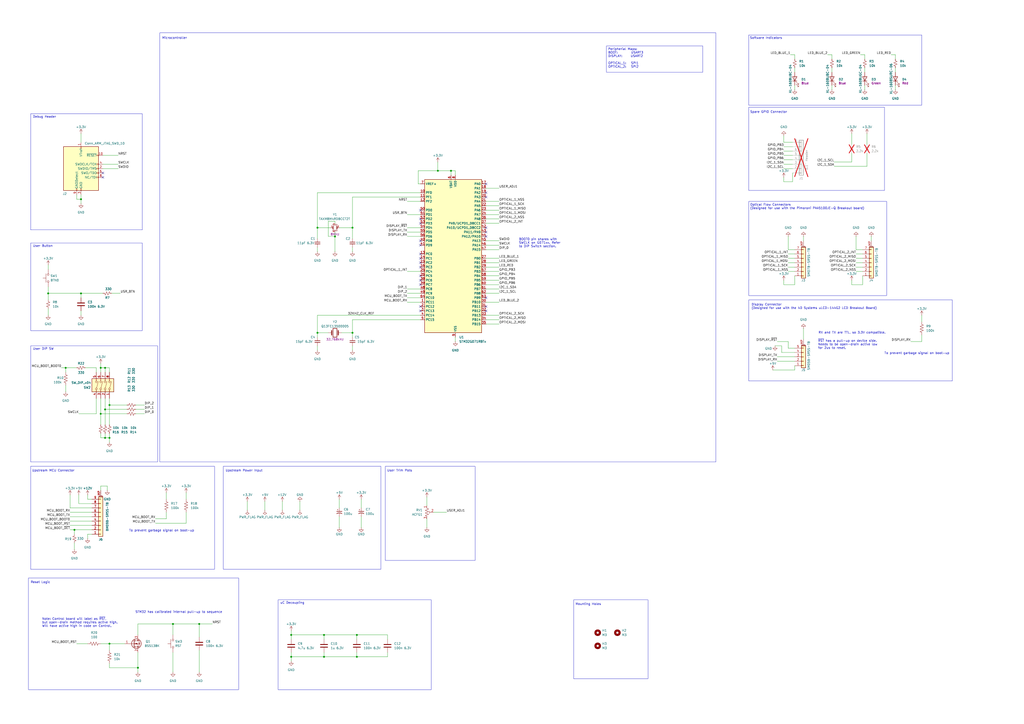
<source format=kicad_sch>
(kicad_sch (version 20231120) (generator "eeschema") (generator_version "8.0")
  (paper "A2")
  (junction (at 58.42 213.36))
  (junction (at 63.5 373.38))
  (junction (at 204.47 132.08))
  (junction (at 38.1 213.36))
  (junction (at 207.01 381))
  (junction (at 261.62 99.06))
  (junction (at 254 99.06))
  (junction (at 63.5 254))
  (junction (at 27.94 170.18))
  (junction (at 60.96 237.49))
  (junction (at 100.33 361.95))
  (junction (at 115.57 361.95))
  (junction (at 194.31 137.16))
  (junction (at 168.91 368.3))
  (junction (at 184.15 132.08))
  (junction (at 187.96 368.3))
  (junction (at 46.99 170.18))
  (junction (at 46.99 115.57))
  (junction (at 204.47 193.04))
  (junction (at 80.01 387.35))
  (junction (at 58.42 240.03))
  (junction (at 60.96 213.36))
  (junction (at 63.5 234.95))
  (junction (at 187.96 381))
  (junction (at 207.01 368.3))
  (junction (at 168.91 381))
  (junction (at 43.18 307.34))
  (junction (at 60.96 254))
  (junction (at 184.15 193.04))
  (no_connect (at 243.84 147.32))
  (no_connect (at 281.94 106.68))
  (no_connect (at 243.84 165.1))
  (no_connect (at 243.84 180.34))
  (no_connect (at 243.84 152.4))
  (no_connect (at 59.69 102.87))
  (no_connect (at 243.84 121.92))
  (no_connect (at 243.84 162.56))
  (no_connect (at 243.84 154.94))
  (no_connect (at 59.69 100.33))
  (no_connect (at 243.84 160.02))
  (no_connect (at 243.84 142.24))
  (no_connect (at 243.84 129.54))
  (no_connect (at 243.84 177.8))
  (no_connect (at 243.84 149.86))
  (no_connect (at 281.94 180.34))
  (no_connect (at 243.84 127))
  (no_connect (at 281.94 134.62))
  (no_connect (at 281.94 111.76))
  (no_connect (at 281.94 132.08))
  (no_connect (at 281.94 137.16))
  (no_connect (at 281.94 172.72))
  (no_connect (at 281.94 177.8))
  (no_connect (at 243.84 139.7))
  (no_connect (at 281.94 114.3))
  (wire (pts (xy 43.18 307.34) (xy 43.18 309.88)))
  (wire (pts (xy 100.33 361.95) (xy 80.01 361.95)))
  (wire (pts (xy 289.56 109.22) (xy 281.94 109.22)))
  (wire (pts (xy 43.18 307.34) (xy 53.34 307.34)))
  (wire (pts (xy 281.94 127) (xy 289.56 127)))
  (wire (pts (xy 505.46 139.7) (xy 505.46 137.16)))
  (wire (pts (xy 83.82 237.49) (xy 78.74 237.49)))
  (wire (pts (xy 534.67 182.88) (xy 534.67 186.69)))
  (wire (pts (xy 40.64 294.64) (xy 40.64 287.02)))
  (wire (pts (xy 457.2 152.4) (xy 461.01 152.4)))
  (wire (pts (xy 187.96 381) (xy 207.01 381)))
  (wire (pts (xy 40.64 302.26) (xy 53.34 302.26)))
  (wire (pts (xy 242.57 99.06) (xy 242.57 106.68)))
  (wire (pts (xy 289.56 129.54) (xy 281.94 129.54)))
  (wire (pts (xy 49.53 213.36) (xy 55.88 213.36)))
  (wire (pts (xy 281.94 162.56) (xy 289.56 162.56)))
  (wire (pts (xy 50.8 287.02) (xy 50.8 289.56)))
  (wire (pts (xy 184.15 182.88) (xy 184.15 193.04)))
  (wire (pts (xy 60.96 215.9) (xy 60.96 213.36)))
  (wire (pts (xy 494.03 77.47) (xy 494.03 83.82)))
  (wire (pts (xy 281.94 144.78) (xy 289.56 144.78)))
  (wire (pts (xy 449.58 200.66) (xy 453.39 200.66)))
  (wire (pts (xy 184.15 138.43) (xy 184.15 132.08)))
  (wire (pts (xy 58.42 213.36) (xy 58.42 210.82)))
  (wire (pts (xy 209.55 299.72) (xy 209.55 306.07)))
  (wire (pts (xy 501.65 39.37) (xy 501.65 41.91)))
  (wire (pts (xy 496.57 144.78) (xy 496.57 137.16)))
  (wire (pts (xy 519.43 49.53) (xy 519.43 52.07)))
  (wire (pts (xy 207.01 368.3) (xy 224.79 368.3)))
  (wire (pts (xy 466.09 139.7) (xy 466.09 137.16)))
  (wire (pts (xy 500.38 165.1) (xy 500.38 160.02)))
  (wire (pts (xy 496.57 154.94) (xy 500.38 154.94)))
  (wire (pts (xy 196.85 299.72) (xy 196.85 306.07)))
  (polyline (pts (xy 17.78 66.04) (xy 17.78 133.35)))
  (wire (pts (xy 453.39 204.47) (xy 461.01 204.47)))
  (wire (pts (xy 63.5 254) (xy 63.5 251.46)))
  (wire (pts (xy 461.01 214.63) (xy 448.31 214.63)))
  (wire (pts (xy 100.33 361.95) (xy 100.33 368.3)))
  (wire (pts (xy 80.01 378.46) (xy 80.01 387.35)))
  (wire (pts (xy 73.66 240.03) (xy 58.42 240.03)))
  (wire (pts (xy 204.47 114.3) (xy 243.84 114.3)))
  (wire (pts (xy 96.52 297.18) (xy 96.52 300.99)))
  (wire (pts (xy 516.89 31.75) (xy 519.43 31.75)))
  (wire (pts (xy 261.62 99.06) (xy 264.16 99.06)))
  (wire (pts (xy 243.84 172.72) (xy 236.22 172.72)))
  (wire (pts (xy 454.66 162.56) (xy 454.66 165.1)))
  (wire (pts (xy 281.94 116.84) (xy 289.56 116.84)))
  (wire (pts (xy 38.1 223.52) (xy 38.1 227.33)))
  (wire (pts (xy 107.95 303.53) (xy 107.95 297.18)))
  (wire (pts (xy 168.91 368.3) (xy 168.91 370.84)))
  (wire (pts (xy 457.2 201.93) (xy 461.01 201.93)))
  (wire (pts (xy 243.84 134.62) (xy 236.22 134.62)))
  (wire (pts (xy 196.85 132.08) (xy 204.47 132.08)))
  (wire (pts (xy 27.94 179.07) (xy 27.94 182.88)))
  (wire (pts (xy 494.03 162.56) (xy 494.03 165.1)))
  (wire (pts (xy 198.12 193.04) (xy 204.47 193.04)))
  (wire (pts (xy 454.66 85.09) (xy 459.74 85.09)))
  (wire (pts (xy 58.42 231.14) (xy 58.42 240.03)))
  (wire (pts (xy 502.92 77.47) (xy 502.92 83.82)))
  (wire (pts (xy 289.56 152.4) (xy 281.94 152.4)))
  (wire (pts (xy 242.57 99.06) (xy 254 99.06)))
  (wire (pts (xy 184.15 200.66) (xy 184.15 203.2)))
  (wire (pts (xy 38.1 213.36) (xy 44.45 213.36)))
  (wire (pts (xy 59.69 97.79) (xy 68.58 97.79)))
  (wire (pts (xy 73.66 234.95) (xy 63.5 234.95)))
  (wire (pts (xy 58.42 240.03) (xy 58.42 246.38)))
  (wire (pts (xy 143.51 290.83) (xy 143.51 295.91)))
  (wire (pts (xy 454.66 105.41) (xy 454.66 102.87)))
  (wire (pts (xy 482.6 39.37) (xy 482.6 41.91)))
  (wire (pts (xy 44.45 115.57) (xy 46.99 115.57)))
  (wire (pts (xy 90.17 300.99) (xy 96.52 300.99)))
  (wire (pts (xy 100.33 361.95) (xy 115.57 361.95)))
  (wire (pts (xy 204.47 185.42) (xy 204.47 193.04)))
  (wire (pts (xy 58.42 281.94) (xy 62.23 281.94)))
  (wire (pts (xy 281.94 149.86) (xy 289.56 149.86)))
  (wire (pts (xy 46.99 170.18) (xy 46.99 172.72)))
  (wire (pts (xy 60.96 254) (xy 63.5 254)))
  (wire (pts (xy 281.94 139.7) (xy 289.56 139.7)))
  (wire (pts (xy 168.91 381) (xy 168.91 383.54)))
  (wire (pts (xy 243.84 124.46) (xy 236.22 124.46)))
  (wire (pts (xy 60.96 231.14) (xy 60.96 237.49)))
  (wire (pts (xy 457.2 201.93) (xy 457.2 198.12)))
  (polyline (pts (xy 534.67 20.32) (xy 534.67 60.96)))
  (wire (pts (xy 60.96 251.46) (xy 60.96 254)))
  (wire (pts (xy 501.65 49.53) (xy 501.65 52.07)))
  (wire (pts (xy 224.79 368.3) (xy 224.79 370.84)))
  (wire (pts (xy 261.62 99.06) (xy 261.62 101.6)))
  (wire (pts (xy 534.67 194.31) (xy 534.67 198.12)))
  (wire (pts (xy 204.47 193.04) (xy 204.47 195.58)))
  (wire (pts (xy 204.47 200.66) (xy 204.47 203.2)))
  (wire (pts (xy 461.01 144.78) (xy 457.2 144.78)))
  (wire (pts (xy 224.79 378.46) (xy 224.79 381)))
  (wire (pts (xy 58.42 215.9) (xy 58.42 213.36)))
  (wire (pts (xy 519.43 39.37) (xy 519.43 41.91)))
  (wire (pts (xy 83.82 234.95) (xy 78.74 234.95)))
  (wire (pts (xy 450.85 207.01) (xy 461.01 207.01)))
  (wire (pts (xy 46.99 113.03) (xy 46.99 115.57)))
  (wire (pts (xy 59.69 90.17) (xy 68.58 90.17)))
  (wire (pts (xy 38.1 213.36) (xy 35.56 213.36)))
  (wire (pts (xy 100.33 378.46) (xy 100.33 389.89)))
  (wire (pts (xy 184.15 193.04) (xy 190.5 193.04)))
  (wire (pts (xy 454.66 92.71) (xy 459.74 92.71)))
  (wire (pts (xy 281.94 167.64) (xy 289.56 167.64)))
  (wire (pts (xy 457.2 147.32) (xy 461.01 147.32)))
  (wire (pts (xy 207.01 378.46) (xy 207.01 381)))
  (wire (pts (xy 168.91 381) (xy 187.96 381)))
  (wire (pts (xy 459.74 105.41) (xy 454.66 105.41)))
  (wire (pts (xy 55.88 213.36) (xy 55.88 215.9)))
  (wire (pts (xy 184.15 182.88) (xy 243.84 182.88)))
  (wire (pts (xy 53.34 294.64) (xy 40.64 294.64)))
  (wire (pts (xy 83.82 240.03) (xy 78.74 240.03)))
  (wire (pts (xy 264.16 101.6) (xy 264.16 99.06)))
  (wire (pts (xy 236.22 116.84) (xy 243.84 116.84)))
  (wire (pts (xy 483.87 93.98) (xy 494.03 93.98)))
  (wire (pts (xy 459.74 82.55) (xy 454.66 82.55)))
  (wire (pts (xy 63.5 387.35) (xy 80.01 387.35)))
  (wire (pts (xy 194.31 134.62) (xy 194.31 137.16)))
  (wire (pts (xy 53.34 289.56) (xy 50.8 289.56)))
  (wire (pts (xy 59.69 95.25) (xy 68.58 95.25)))
  (wire (pts (xy 502.92 96.52) (xy 502.92 88.9)))
  (wire (pts (xy 254 99.06) (xy 261.62 99.06)))
  (wire (pts (xy 58.42 251.46) (xy 58.42 254)))
  (wire (pts (xy 40.64 297.18) (xy 53.34 297.18)))
  (wire (pts (xy 184.15 143.51) (xy 184.15 146.05)))
  (wire (pts (xy 187.96 378.46) (xy 187.96 381)))
  (wire (pts (xy 27.94 153.67) (xy 27.94 156.21)))
  (wire (pts (xy 459.74 105.41) (xy 459.74 100.33)))
  (wire (pts (xy 187.96 368.3) (xy 187.96 370.84)))
  (wire (pts (xy 454.66 165.1) (xy 461.01 165.1)))
  (wire (pts (xy 168.91 368.3) (xy 187.96 368.3)))
  (wire (pts (xy 264.16 195.58) (xy 264.16 198.12)))
  (wire (pts (xy 168.91 365.76) (xy 168.91 368.3)))
  (wire (pts (xy 494.03 165.1) (xy 500.38 165.1)))
  (wire (pts (xy 454.66 90.17) (xy 459.74 90.17)))
  (wire (pts (xy 254 93.98) (xy 254 99.06)))
  (wire (pts (xy 63.5 234.95) (xy 63.5 246.38)))
  (wire (pts (xy 44.45 373.38) (xy 50.8 373.38)))
  (wire (pts (xy 281.94 182.88) (xy 289.56 182.88)))
  (wire (pts (xy 46.99 115.57) (xy 46.99 118.11)))
  (wire (pts (xy 461.01 49.53) (xy 461.01 52.07)))
  (wire (pts (xy 173.99 295.91) (xy 173.99 290.83)))
  (wire (pts (xy 204.47 185.42) (xy 243.84 185.42)))
  (wire (pts (xy 194.31 137.16) (xy 194.31 146.05)))
  (wire (pts (xy 243.84 137.16) (xy 236.22 137.16)))
  (wire (pts (xy 500.38 144.78) (xy 496.57 144.78)))
  (wire (pts (xy 461.01 165.1) (xy 461.01 160.02)))
  (wire (pts (xy 46.99 180.34) (xy 46.99 182.88)))
  (wire (pts (xy 281.94 121.92) (xy 289.56 121.92)))
  (wire (pts (xy 454.66 97.79) (xy 459.74 97.79)))
  (wire (pts (xy 243.84 132.08) (xy 236.22 132.08)))
  (wire (pts (xy 184.15 111.76) (xy 184.15 132.08)))
  (wire (pts (xy 281.94 157.48) (xy 289.56 157.48)))
  (wire (pts (xy 63.5 384.81) (xy 63.5 387.35)))
  (wire (pts (xy 62.23 281.94) (xy 62.23 284.48)))
  (wire (pts (xy 73.66 237.49) (xy 60.96 237.49)))
  (wire (pts (xy 453.39 200.66) (xy 453.39 204.47)))
  (wire (pts (xy 63.5 231.14) (xy 63.5 234.95)))
  (wire (pts (xy 53.34 309.88) (xy 50.8 309.88)))
  (wire (pts (xy 63.5 213.36) (xy 60.96 213.36)))
  (wire (pts (xy 224.79 381) (xy 207.01 381)))
  (wire (pts (xy 457.2 144.78) (xy 457.2 137.16)))
  (wire (pts (xy 45.72 292.1) (xy 53.34 292.1)))
  (wire (pts (xy 243.84 170.18) (xy 236.22 170.18)))
  (wire (pts (xy 281.94 170.18) (xy 289.56 170.18)))
  (wire (pts (xy 496.57 147.32) (xy 500.38 147.32)))
  (wire (pts (xy 281.94 165.1) (xy 289.56 165.1)))
  (wire (pts (xy 45.72 287.02) (xy 45.72 292.1)))
  (wire (pts (xy 209.55 289.56) (xy 209.55 294.64)))
  (wire (pts (xy 466.09 196.85) (xy 466.09 190.5)))
  (wire (pts (xy 494.03 88.9) (xy 494.03 93.98)))
  (wire (pts (xy 281.94 142.24) (xy 289.56 142.24)))
  (wire (pts (xy 60.96 237.49) (xy 60.96 246.38)))
  (wire (pts (xy 63.5 215.9) (xy 63.5 213.36)))
  (wire (pts (xy 496.57 152.4) (xy 500.38 152.4)))
  (wire (pts (xy 259.08 297.18) (xy 251.46 297.18)))
  (wire (pts (xy 458.47 31.75) (xy 461.01 31.75)))
  (wire (pts (xy 243.84 157.48) (xy 236.22 157.48)))
  (wire (pts (xy 289.56 154.94) (xy 281.94 154.94)))
  (wire (pts (xy 454.66 87.63) (xy 459.74 87.63)))
  (wire (pts (xy 204.47 132.08) (xy 204.47 138.43)))
  (wire (pts (xy 281.94 124.46) (xy 289.56 124.46)))
  (wire (pts (xy 168.91 378.46) (xy 168.91 381)))
  (wire (pts (xy 457.2 198.12) (xy 450.85 198.12)))
  (wire (pts (xy 55.88 240.03) (xy 45.72 240.03)))
  (wire (pts (xy 38.1 215.9) (xy 38.1 213.36)))
  (wire (pts (xy 196.85 289.56) (xy 196.85 294.64)))
  (wire (pts (xy 194.31 128.27) (xy 190.5 128.27)))
  (wire (pts (xy 281.94 175.26) (xy 289.56 175.26)))
  (wire (pts (xy 50.8 309.88) (xy 50.8 312.42)))
  (wire (pts (xy 58.42 373.38) (xy 63.5 373.38)))
  (wire (pts (xy 281.94 160.02) (xy 289.56 160.02)))
  (wire (pts (xy 40.64 307.34) (xy 43.18 307.34)))
  (wire (pts (xy 194.31 129.54) (xy 194.31 128.27)))
  (wire (pts (xy 482.6 49.53) (xy 482.6 52.07)))
  (wire (pts (xy 483.87 96.52) (xy 502.92 96.52)))
  (wire (pts (xy 499.11 31.75) (xy 501.65 31.75)))
  (wire (pts (xy 190.5 137.16) (xy 194.31 137.16)))
  (wire (pts (xy 204.47 114.3) (xy 204.47 132.08)))
  (wire (pts (xy 184.15 193.04) (xy 184.15 195.58)))
  (wire (pts (xy 90.17 303.53) (xy 107.95 303.53)))
  (wire (pts (xy 457.2 154.94) (xy 461.01 154.94)))
  (wire (pts (xy 243.84 175.26) (xy 236.22 175.26)))
  (wire (pts (xy 46.99 170.18) (xy 59.69 170.18)))
  (wire (pts (xy 501.65 31.75) (xy 501.65 34.29)))
  (wire (pts (xy 457.2 157.48) (xy 461.01 157.48)))
  (wire (pts (xy 27.94 170.18) (xy 27.94 173.99)))
  (polyline (pts (xy 82.55 66.04) (xy 82.55 133.35)))
  (wire (pts (xy 480.06 31.75) (xy 482.6 31.75)))
  (wire (pts (xy 80.01 361.95) (xy 80.01 368.3)))
  (wire (pts (xy 44.45 113.03) (xy 44.45 115.57)))
  (wire (pts (xy 204.47 143.51) (xy 204.47 146.05)))
  (wire (pts (xy 247.65 300.99) (xy 247.65 306.07)))
  (wire (pts (xy 115.57 361.95) (xy 123.19 361.95)))
  (wire (pts (xy 27.94 166.37) (xy 27.94 170.18)))
  (polyline (pts (xy 534.67 20.32) (xy 434.34 20.32)))
  (wire (pts (xy 281.94 185.42) (xy 289.56 185.42)))
  (wire (pts (xy 496.57 157.48) (xy 500.38 157.48)))
  (wire (pts (xy 496.57 149.86) (xy 500.38 149.86)))
  (wire (pts (xy 115.57 361.95) (xy 115.57 369.57)))
  (wire (pts (xy 242.57 106.68) (xy 243.84 106.68)))
  (wire (pts (xy 184.15 132.08) (xy 191.77 132.08)))
  (polyline (pts (xy 17.78 66.04) (xy 82.55 66.04)))
  (wire (pts (xy 454.66 82.55) (xy 454.66 78.74)))
  (wire (pts (xy 281.94 187.96) (xy 289.56 187.96)))
  (wire (pts (xy 63.5 373.38) (xy 63.5 377.19)))
  (wire (pts (xy 461.01 214.63) (xy 461.01 212.09)))
  (polyline (pts (xy 434.34 60.96) (xy 534.67 60.96)))
  (wire (pts (xy 63.5 256.54) (xy 63.5 254)))
  (wire (pts (xy 96.52 285.75) (xy 96.52 289.56)))
  (wire (pts (xy 281.94 119.38) (xy 289.56 119.38)))
  (wire (pts (xy 163.83 290.83) (xy 163.83 295.91)))
  (wire (pts (xy 450.85 209.55) (xy 461.01 209.55)))
  (wire (pts (xy 153.67 290.83) (xy 153.67 295.91)))
  (wire (pts (xy 107.95 285.75) (xy 107.95 289.56)))
  (wire (pts (xy 184.15 111.76) (xy 243.84 111.76)))
  (wire (pts (xy 55.88 231.14) (xy 55.88 240.03)))
  (wire (pts (xy 519.43 31.75) (xy 519.43 34.29)))
  (wire (pts (xy 46.99 77.47) (xy 46.99 82.55)))
  (wire (pts (xy 80.01 387.35) (xy 80.01 389.89)))
  (wire (pts (xy 461.01 39.37) (xy 461.01 41.91)))
  (wire (pts (xy 43.18 314.96) (xy 43.18 318.77)))
  (wire (pts (xy 60.96 213.36) (xy 58.42 213.36)))
  (wire (pts (xy 58.42 284.48) (xy 58.42 281.94)))
  (polyline (pts (xy 434.34 20.32) (xy 434.34 60.96)))
  (wire (pts (xy 64.77 170.18) (xy 69.85 170.18)))
  (wire (pts (xy 40.64 304.8) (xy 53.34 304.8)))
  (wire (pts (xy 58.42 254) (xy 60.96 254)))
  (wire (pts (xy 27.94 170.18) (xy 46.99 170.18)))
  (wire (pts (xy 243.84 167.64) (xy 236.22 167.64)))
  (polyline (pts (xy 82.55 133.35) (xy 17.78 133.35)))
  (wire (pts (xy 528.32 198.12) (xy 534.67 198.12)))
  (wire (pts (xy 207.01 368.3) (xy 207.01 370.84)))
  (wire (pts (xy 482.6 31.75) (xy 482.6 34.29)))
  (wire (pts (xy 190.5 128.27) (xy 190.5 137.16)))
  (wire (pts (xy 187.96 368.3) (xy 207.01 368.3)))
  (wire (pts (xy 247.65 288.29) (xy 247.65 293.37)))
  (wire (pts (xy 40.64 299.72) (xy 53.34 299.72)))
  (wire (pts (xy 115.57 377.19) (xy 115.57 389.89)))
  (wire (pts (xy 63.5 373.38) (xy 72.39 373.38)))
  (wire (pts (xy 461.01 31.75) (xy 461.01 34.29)))
  (wire (pts (xy 454.66 95.25) (xy 459.74 95.25)))
  (wire (pts (xy 457.2 149.86) (xy 461.01 149.86)))
  (rectangle (start 17.78 200.66) (end 91.44 267.97))
  (rectangle (start 92.71 19.05) (end 415.29 267.97))
  (rectangle (start 223.52 270.51) (end 275.59 325.12))
  (rectangle (start 434.34 62.23) (end 513.08 110.49))
  (rectangle (start 17.78 140.97) (end 82.55 191.77))
  (rectangle (start 17.78 270.51) (end 124.46 330.2))
  (rectangle (start 129.54 270.51) (end 220.98 330.2))
  (rectangle (start 161.29 347.98) (end 250.19 400.05))
  (rectangle (start 16.51 335.28) (end 138.43 400.05))
  (rectangle (start 434.34 116.84) (end 514.35 171.45))
  (rectangle (start 332.74 347.98) (end 375.92 393.7))
  (rectangle (start 434.34 173.99) (end 552.45 220.98))
  (text_box "Peripherial Maps:\nBOOT:        USART3\nDISPLAY:     USART2\n\nOPTICAL_1:   SPI1\nOPTICAL_2:   SPI2\n\n\n" (at 351.79 26.67 0) (size 55.88 15.24) (effects (font (size 1.27 1.27)) (justify left top)))
  (text "Mounting Holes" (at 333.756 351.282 0) (effects (font (size 1.27 1.27)) (justify left bottom)))
  (text "Upstream MCU Connector" (at 18.542 273.812 0) (effects (font (size 1.27 1.27)) (justify left bottom)))
  (text "~{RST} has a pull-up on device side. \nNeeds to be open-drain active low \nfor 2us to reset." (at 474.472 202.692 0) (effects (font (size 1.27 1.27)) (justify left bottom)))
  (text "Reset Logic" (at 17.78 338.582 0) (effects (font (size 1.27 1.27)) (justify left bottom)))
  (text "Software Indicators" (at 434.975 22.86 0) (effects (font (size 1.27 1.27)) (justify left bottom)))
  (text "To prevent garbage signal on boot-up" (at 531.876 204.978 0) (effects (font (size 1.27 1.27))))
  (text "User Trim Pots" (at 224.536 273.812 0) (effects (font (size 1.27 1.27)) (justify left bottom)))
  (text "BOOT0 pin shares with \nSWCLK on G071xx. Refer\nto DIP Switch section." (at 300.99 140.97 0) (effects (font (size 1.27 1.27)) (justify left)))
  (text "Debug Header" (at 19.05 68.58 0) (effects (font (size 1.27 1.27)) (justify left bottom)))
  (text "STM32 has calibrated internal pull-up to sequence" (at 78.486 355.854 0) (effects (font (size 1.27 1.27)) (justify left bottom)))
  (text "Spare GPIO Connector" (at 435.102 65.786 0) (effects (font (size 1.27 1.27)) (justify left bottom)))
  (text "RX and TX are TTL, so 3.3V compatible.\n" (at 474.726 193.802 0) (effects (font (size 1.27 1.27)) (justify left bottom)))
  (text "User DIP SW" (at 19.05 203.2 0) (effects (font (size 1.27 1.27)) (justify left bottom)))
  (text "Upstream Power Input" (at 130.81 273.812 0) (effects (font (size 1.27 1.27)) (justify left bottom)))
  (text "User Button" (at 19.05 143.51 0) (effects (font (size 1.27 1.27)) (justify left bottom)))
  (text "Optical Flow Connectors\n(Designed for use with the Pimoroni PAA5100JE-Q Breakout board)" (at 435.102 121.666 0) (effects (font (size 1.27 1.27)) (justify left bottom)))
  (text "uC Decoupling" (at 162.56 350.52 0) (effects (font (size 1.27 1.27)) (justify left bottom)))
  (text "Display Connector\n(Designed for use with the 4D Systems uLCD-144G2 LCD Breakout Board)" (at 435.864 179.578 0) (effects (font (size 1.27 1.27)) (justify left bottom)))
  (text "Note: Control board will label as ~{RST},\nbut open-drain method requires active high.\nWill have active high in code on Control.\n" (at 24.384 361.188 0) (effects (font (size 1.27 1.27)) (justify left)))
  (text "To prevent garbage signal on boot-up" (at 93.726 307.848 0) (effects (font (size 1.27 1.27))))
  (text "Microcontroller" (at 93.98 22.86 0) (effects (font (size 1.27 1.27)) (justify left bottom)))
  (label "DISPLAY_RX" (at 450.85 209.55 180))
  (label "OPTICAL_2_MISO" (at 289.56 185.42 0))
  (label "OPTICAL_1_SCK" (at 289.56 119.38 0))
  (label "OPTICAL_2_MISO" (at 496.57 149.86 180))
  (label "I2C_1_SDA" (at 289.56 167.64 0))
  (label "OPTICAL_2_SCK" (at 496.57 154.94 180))
  (label "USR_BTN" (at 236.22 124.46 180))
  (label "OPTICAL_2_MOSI" (at 289.56 187.96 0))
  (label "OPTICAL_2_MOSI" (at 496.57 152.4 180))
  (label "USER_ADJ1" (at 259.08 297.18 0))
  (label "DIP_0" (at 83.82 240.03 0))
  (label "USR_BTN" (at 69.85 170.18 0))
  (label "OPTICAL_1_MISO" (at 289.56 121.92 0))
  (label "MCU_BOOT_RX" (at 90.17 300.99 180))
  (label "I2C_1_SCL" (at 454.66 97.79 180))
  (label "GPIO_PB5" (at 289.56 162.56 0))
  (label "OPTICAL_2_SCK" (at 289.56 182.88 0))
  (label "OPTICAL_1_SCK" (at 457.2 154.94 180))
  (label "OPTICAL_2_NSS" (at 289.56 127 0))
  (label "MCU_BOOT_TX" (at 40.64 299.72 180))
  (label "OPTICAL_1_INT" (at 457.2 147.32 180))
  (label "MCU_BOOT_TX" (at 90.17 303.53 180))
  (label "OPTICAL_1_MISO" (at 457.2 149.86 180))
  (label "LED_BLUE_1" (at 289.56 149.86 0))
  (label "NRST" (at 123.19 361.95 0))
  (label "I2C_1_SDA" (at 454.66 95.25 180))
  (label "GPIO_PB4" (at 454.66 87.63 180))
  (label "MCU_BOOT_RST" (at 44.45 373.38 180))
  (label "LED_GREEN" (at 499.11 31.75 180))
  (label "OPTICAL_1_NSS" (at 457.2 157.48 180))
  (label "GPIO_PB6" (at 289.56 165.1 0))
  (label "I2C_1_SDA" (at 483.87 96.52 180))
  (label "DIP_1" (at 83.82 237.49 0))
  (label "MCU_BOOT_RST" (at 40.64 304.8 180))
  (label "DISPLAY_~{RST}" (at 450.85 198.12 180))
  (label "SWCLK" (at 68.58 95.25 0))
  (label "OPTICAL_1_INT" (at 236.22 157.48 180))
  (label "LED_RED" (at 289.56 154.94 0))
  (label "SWDIO" (at 68.58 97.79 0))
  (label "LED_RED" (at 516.89 31.75 180))
  (label "DISPLAY_RX" (at 528.32 198.12 180))
  (label "OPTICAL_2_INT" (at 289.56 129.54 0))
  (label "OPTICAL_2_NSS" (at 496.57 157.48 180))
  (label "USER_ADJ1" (at 289.56 109.22 0))
  (label "DISPLAY_TX" (at 236.22 134.62 180))
  (label "SWDIO" (at 289.56 139.7 0))
  (label "NRST" (at 68.58 90.17 0))
  (label "OPTICAL_1_MOSI" (at 289.56 124.46 0))
  (label "DISPLAY_TX" (at 450.85 207.01 180))
  (label "DIP_2" (at 83.82 234.95 0))
  (label "SWCLK" (at 45.72 240.03 180))
  (label "GPIO_PB4" (at 289.56 160.02 0))
  (label "GPIO_PB5" (at 454.66 90.17 180))
  (label "MCU_BOOT_RX" (at 236.22 175.26 180))
  (label "LED_BLUE_2" (at 289.56 175.26 0))
  (label "DIP_1" (at 236.22 167.64 180))
  (label "I2C_1_SCL" (at 289.56 170.18 0))
  (label "DISPLAY_~{RST}" (at 236.22 132.08 180))
  (label "MCU_BOOT_~{DET}" (at 40.64 307.34 180))
  (label "OPTICAL_2_INT" (at 496.57 147.32 180))
  (label "LED_BLUE_2" (at 480.06 31.75 180))
  (label "MCU_BOOT_BOOT0" (at 35.56 213.36 180))
  (label "MCU_BOOT_BOOT0" (at 40.64 302.26 180))
  (label "SWCLK" (at 289.56 142.24 0))
  (label "DIP_0" (at 289.56 144.78 0))
  (label "GPIO_PB3" (at 289.56 157.48 0))
  (label "GPIO_PB6" (at 454.66 92.71 180))
  (label "DIP_2" (at 236.22 170.18 180))
  (label "GPIO_PB3" (at 454.66 85.09 180))
  (label "MCU_BOOT_TX" (at 236.22 172.72 180))
  (label "MCU_BOOT_RX" (at 40.64 297.18 180))
  (label "32KHZ_CLK_REF" (at 217.17 182.88 180))
  (label "OPTICAL_1_NSS" (at 289.56 116.84 0))
  (label "LED_GREEN" (at 289.56 152.4 0))
  (label "OPTICAL_1_MOSI" (at 457.2 152.4 180))
  (label "DISPLAY_RX" (at 236.22 137.16 180))
  (label "NRST" (at 236.22 116.84 180))
  (label "I2C_1_SCL" (at 483.87 93.98 180))
  (label "LED_BLUE_1" (at 458.47 31.75 180))
  (symbol (lib_id "Device:R_Small_US") (at 76.2 237.49 90) (unit 1)
    (property "Reference" "R12" (at 74.93 222.25 0) (effects (justify left)))
    (property "Value" "330" (at 77.47 222.25 0) (effects (justify left)))
    (property "Footprint" "Resistor_SMD:R_0402_1005Metric" (effects (hide yes)))
  )
  (symbol (lib_name "+3.3V_1") (lib_id "power:+3.3V") (at 58.42 210.82 0) (unit 1)
    (property "Reference" "#PWR031" (effects (hide yes)))
    (property "Value" "+3.3V" (at 58.42 207.01 0))
    (property "Description" "Power symbol creates a global label with name \"+3.3V\"" (effects (hide yes)))
  )
  (symbol (lib_name "GND_1") (lib_id "power:GND") (at 173.99 290.83 180) (unit 1)
    (property "Reference" "#PWR049" (effects (hide yes)))
    (property "Value" "GND" (at 173.99 287.02 0))
    (property "Description" "Power symbol creates a global label with name \"GND\" , ground" (effects (hide yes)))
  )
  (symbol (lib_name "PWR_FLAG_1") (lib_id "power:PWR_FLAG") (at 173.99 295.91 180) (unit 1)
    (property "Reference" "#FLG04" (effects (hide yes)))
    (property "Value" "PWR_FLAG" (at 173.99 299.974 0))
    (property "Description" "Special symbol for telling ERC where power comes from" (effects (hide yes)))
  )
  (symbol (lib_id "Device:C_Small") (at 184.15 198.12 0) (mirror y) (unit 1)
    (property "Reference" "C4" (at 182.88 195.58 0) (effects (justify left)))
    (property "Value" "15pF 6.3V" (at 181.356 198.12 0) (effects (justify left)))
    (property "Footprint" "Capacitor_SMD:C_0402_1005Metric" (effects (hide yes)))
  )
  (symbol (lib_id "Device:R_Small_US") (at 58.42 248.92 180) (unit 1)
    (property "Reference" "R16" (at 69.088 250.698 0) (effects (justify left)))
    (property "Value" "10k" (at 69.088 248.158 0) (effects (justify left)))
    (property "Footprint" "Resistor_SMD:R_0402_1005Metric" (effects (hide yes)))
  )
  (symbol (lib_name "+3.3V_1") (lib_id "power:+3.3V") (at 46.99 77.47 0) (unit 1)
    (property "Reference" "#PWR05" (effects (hide yes)))
    (property "Value" "+3.3V" (at 46.99 73.66 0))
    (property "Description" "Power symbol creates a global label with name \"+3.3V\"" (effects (hide yes)))
  )
  (symbol (lib_id "Device:C") (at 224.79 374.65 0) (unit 1)
    (property "Reference" "C12" (at 228.6 373.3799 0) (effects (justify left)))
    (property "Value" "100n 6.3V" (at 228.6 375.9199 0) (effects (justify left)))
    (property "Footprint" "Capacitor_SMD:C_0402_1005Metric" (effects (hide yes)))
  )
  (symbol (lib_id "Device:Crystal") (at 194.31 193.04 0) (mirror y) (unit 1)
    (property "Reference" "Y2" (at 194.31 186.69 0))
    (property "Value" "Q13FC13500005" (at 194.31 189.23 0))
    (property "Footprint" "Crystal:Crystal_SMD_3215-2Pin_3.2x1.5mm" (effects (hide yes)))
    (property "Value2" "32.768kHz" (at 194.31 196.85 0))
  )
  (symbol (lib_id "Device:C") (at 168.91 374.65 180) (unit 1)
    (property "Reference" "C9" (at 172.72 373.3799 0) (effects (justify right)))
    (property "Value" "4.7u 6.3V" (at 172.72 375.9199 0) (effects (justify right)))
    (property "Footprint" "Capacitor_SMD:C_0402_1005Metric" (effects (hide yes)))
  )
  (symbol (lib_id "Connector_Generic_MountingPin:Conn_01x09_MountingPin") (at 58.42 299.72 0) (mirror x) (unit 1)
    (property "Reference" "J6" (at 58.42 312.928 0))
    (property "Value" "BM09B-SRSS-TB" (at 62.23 299.72 90))
    (property "Footprint" "Connector_JST:JST_SH_SM09B-SRSS-TB_1x09-1MP_P1.00mm_Horizontal" (effects (hide yes)))
  )
  (symbol (lib_name "GND_1") (lib_id "power:GND") (at 43.18 318.77 0) (unit 1)
    (property "Reference" "#PWR055" (effects (hide yes)))
    (property "Value" "GND" (at 43.18 323.85 0))
    (property "Description" "Power symbol creates a global label with name \"GND\" , ground" (effects (hide yes)))
  )
  (symbol (lib_id "Device:R_US") (at 107.95 293.37 0) (unit 1)
    (property "Reference" "R18" (at 110.49 292.0999 0) (effects (justify left)))
    (property "Value" "100k" (at 110.49 294.6399 0) (effects (justify left)))
    (property "Footprint" "Resistor_SMD:R_0402_1005Metric" (effects (hide yes)))
  )
  (symbol (lib_name "GND_1") (lib_id "power:GND") (at 505.46 137.16 0) (mirror x) (unit 1)
    (property "Reference" "#PWR016" (effects (hide yes)))
    (property "Value" "GND" (at 505.46 132.08 0))
    (property "Description" "Power symbol creates a global label with name \"GND\" , ground" (effects (hide yes)))
  )
  (symbol (lib_id "Device:LED") (at 461.01 45.72 90) (unit 1)
    (property "Reference" "D1" (at 464.82 46.0374 90) (effects (justify right)))
    (property "Value" "XL-1608UBC-04" (at 458.47 45.72 0))
    (property "Footprint" "AT-LED:LED0603" (effects (hide yes)))
    (property "Value2" "Blue" (at 464.82 48.26 90) (effects (justify right)))
  )
  (symbol (lib_name "+3.3V_1") (lib_id "power:+3.3V") (at 96.52 285.75 0) (unit 1)
    (property "Reference" "#PWR036" (effects (hide yes)))
    (property "Value" "+3.3V" (at 96.52 281.94 0))
    (property "Description" "Power symbol creates a global label with name \"+3.3V\"" (effects (hide yes)))
  )
  (symbol (lib_name "+3.3V_1") (lib_id "power:+3.3V") (at 40.64 287.02 0) (unit 1)
    (property "Reference" "#PWR038" (effects (hide yes)))
    (property "Value" "+3.3V" (at 40.64 283.21 0))
    (property "Description" "Power symbol creates a global label with name \"+3.3V\"" (effects (hide yes)))
  )
  (symbol (lib_name "+5V_1") (lib_id "power:+5V") (at 448.31 214.63 0) (mirror y) (unit 1)
    (property "Reference" "#PWR032" (effects (hide yes)))
    (property "Value" "+5V" (at 448.31 210.82 0))
    (property "Description" "Power symbol creates a global label with name \"+5V\"" (effects (hide yes)))
  )
  (symbol (lib_id "Device:R_Small_US") (at 501.65 36.83 0) (unit 1)
    (property "Reference" "R3" (at 504.19 35.5599 0) (effects (justify left)))
    (property "Value" "10k" (at 504.19 38.0999 0) (effects (justify left)))
    (property "Footprint" "Resistor_SMD:R_0402_1005Metric" (effects (hide yes)))
  )
  (symbol (lib_id "Device:R_Small_US") (at 494.03 86.36 0) (unit 1) (dnp yes)
    (property "Reference" "R5" (at 496.57 85.0899 0) (effects (justify left)))
    (property "Value" "2.2k" (at 496.57 87.6299 0) (effects (justify left)))
    (property "Footprint" "Resistor_SMD:R_0402_1005Metric" (effects (hide yes)))
  )
  (symbol (lib_name "GND_1") (lib_id "power:GND") (at 100.33 389.89 0) (unit 1)
    (property "Reference" "#PWR061" (effects (hide yes)))
    (property "Value" "GND" (at 100.33 394.97 0))
    (property "Description" "Power symbol creates a global label with name \"GND\" , ground" (effects (hide yes)))
  )
  (symbol (lib_name "GND_1") (lib_id "power:GND") (at 46.99 118.11 0) (unit 1)
    (property "Reference" "#PWR012" (effects (hide yes)))
    (property "Value" "GND" (at 46.99 123.19 0))
    (property "Description" "Power symbol creates a global label with name \"GND\" , ground" (effects (hide yes)))
  )
  (symbol (lib_id "Connector_Generic_MountingPin:Conn_01x07_MountingPin") (at 505.46 152.4 0) (mirror x) (unit 1)
    (property "Reference" "J4" (at 504.19 162.56 0) (effects (justify left)))
    (property "Value" "SM07B-SRSS-TB" (at 508.508 143.764 90) (effects (justify left)))
    (property "Footprint" "Connector_JST:JST_SH_SM07B-SRSS-TB_1x07-1MP_P1.00mm_Horizontal" (effects (hide yes)))
    (property "Description" "Generic connectable mounting pin connector, single row, 01x07, script generated (kicad-library-utils/schlib/autogen/connector/)" (effects (hide yes)))
  )
  (symbol (lib_id "Device:R_Small_US") (at 461.01 36.83 0) (unit 1)
    (property "Reference" "R1" (at 463.55 35.5599 0) (effects (justify left)))
    (property "Value" "10k" (at 463.55 38.0999 0) (effects (justify left)))
    (property "Footprint" "Resistor_SMD:R_0402_1005Metric" (effects (hide yes)))
  )
  (symbol (lib_name "+3.3V_1") (lib_id "power:+3.3V") (at 502.92 77.47 0) (unit 1)
    (property "Reference" "#PWR07" (effects (hide yes)))
    (property "Value" "+3.3V" (at 502.92 73.66 0))
    (property "Description" "Power symbol creates a global label with name \"+3.3V\"" (effects (hide yes)))
  )
  (symbol (lib_name "GND_1") (lib_id "power:GND") (at 80.01 389.89 0) (unit 1)
    (property "Reference" "#PWR060" (effects (hide yes)))
    (property "Value" "GND" (at 80.01 394.97 0))
    (property "Description" "Power symbol creates a global label with name \"GND\" , ground" (effects (hide yes)))
  )
  (symbol (lib_name "GND_1") (lib_id "power:GND") (at 27.94 182.88 0) (unit 1)
    (property "Reference" "#PWR023" (effects (hide yes)))
    (property "Value" "GND" (at 27.94 187.96 0))
    (property "Description" "Power symbol creates a global label with name \"GND\" , ground" (effects (hide yes)))
  )
  (symbol (lib_id "Connector_Generic:Conn_01x08") (at 464.82 92.71 0) (mirror x) (unit 1) (dnp yes)
    (property "Reference" "J1" (at 463.55 103.378 0) (effects (justify left)))
    (property "Value" "0.1\" Header" (at 467.868 86.868 90) (effects (justify left)))
    (property "Footprint" "Connector_PinSocket_2.54mm:PinSocket_1x08_P2.54mm_Vertical" (effects (hide yes)))
    (property "Description" "Generic connector, single row, 01x08, script generated (kicad-library-utils/schlib/autogen/connector/)" (effects (hide yes)))
  )
  (symbol (lib_name "GND_1") (lib_id "power:GND") (at 115.57 389.89 0) (unit 1)
    (property "Reference" "#PWR062" (effects (hide yes)))
    (property "Value" "GND" (at 115.57 394.97 0))
    (property "Description" "Power symbol creates a global label with name \"GND\" , ground" (effects (hide yes)))
  )
  (symbol (lib_id "Device:C_Polarized_Small_US") (at 209.55 297.18 0) (unit 1)
    (property "Reference" "C7" (at 212.09 295.4781 0) (effects (justify left)))
    (property "Value" "100u" (at 212.09 298.0181 0) (effects (justify left)))
    (property "Footprint" "Capacitor_SMD:CP_Elec_6.3x5.4_Nichicon" (effects (hide yes)))
    (property "Description" "Polarized capacitor, small US symbol" (effects (hide yes)))
  )
  (symbol (lib_id "Device:R_US") (at 96.52 293.37 0) (unit 1)
    (property "Reference" "R17" (at 99.06 292.0999 0) (effects (justify left)))
    (property "Value" "100k" (at 99.06 294.6399 0) (effects (justify left)))
    (property "Footprint" "Resistor_SMD:R_0402_1005Metric" (effects (hide yes)))
  )
  (symbol (lib_id "Device:C") (at 207.01 374.65 0) (mirror y) (unit 1)
    (property "Reference" "C11" (at 210.82 373.3799 0) (effects (justify right)))
    (property "Value" "100n 6.3V" (at 210.82 375.9199 0) (effects (justify right)))
    (property "Footprint" "Capacitor_SMD:C_0402_1005Metric" (effects (hide yes)))
  )
  (symbol (lib_name "GND_1") (lib_id "power:GND") (at 38.1 227.33 0) (unit 1)
    (property "Reference" "#PWR033" (effects (hide yes)))
    (property "Value" "GND" (at 38.1 232.41 0))
    (property "Description" "Power symbol creates a global label with name \"GND\" , ground" (effects (hide yes)))
  )
  (symbol (lib_id "Switch:SW_DIP_x04") (at 58.42 223.52 270) (mirror x) (unit 1)
    (property "Reference" "SW2" (at 48.514 224.79 90) (effects (justify left)))
    (property "Value" "SW_DIP_x04" (at 41.402 221.996 90) (effects (justify left)))
    (property "Footprint" "AT-Switches:CHP-041TB" (effects (hide yes)))
    (property "Datasheet" "https://www.digikey.com/en/products/detail/nidec-components-corporation/CHP-041TB/948329" (effects (hide yes)))
  )
  (symbol (lib_id "Device:LED") (at 519.43 45.72 90) (unit 1)
    (property "Reference" "D4" (at 523.24 46.0374 90) (effects (justify right)))
    (property "Value" "XL-1608SURC-06" (at 516.89 45.72 0))
    (property "Footprint" "AT-LED:LED0603" (effects (hide yes)))
    (property "Value2" "Red" (at 523.24 48.26 90) (effects (justify right)))
  )
  (symbol (lib_id "Mechanical:MountingHole") (at 346.71 367.03 0) (unit 1)
    (property "Reference" "H1" (at 349.25 365.7599 0) (effects (justify left)))
    (property "Value" "M3" (at 349.25 368.2999 0) (effects (justify left)))
    (property "Footprint" "MountingHole:MountingHole_3.2mm_M3" (effects (hide yes)))
  )
  (symbol (lib_id "Device:R_Small_US") (at 482.6 36.83 0) (unit 1)
    (property "Reference" "R2" (at 485.14 35.5599 0) (effects (justify left)))
    (property "Value" "10k" (at 485.14 38.0999 0) (effects (justify left)))
    (property "Footprint" "Resistor_SMD:R_0402_1005Metric" (effects (hide yes)))
  )
  (symbol (lib_name "+3.3V_1") (lib_id "power:+3.3V") (at 454.66 162.56 0) (mirror y) (unit 1)
    (property "Reference" "#PWR021" (effects (hide yes)))
    (property "Value" "+3.3V" (at 454.66 158.75 0))
    (property "Description" "Power symbol creates a global label with name \"+3.3V\"" (effects (hide yes)))
  )
  (symbol (lib_id "Device:LED") (at 501.65 45.72 90) (unit 1)
    (property "Reference" "D3" (at 505.46 46.0374 90) (effects (justify right)))
    (property "Value" "XL-1608UGC-04" (at 499.11 45.72 0))
    (property "Footprint" "AT-LED:LED0603" (effects (hide yes)))
    (property "Value2" "Green" (at 505.46 48.26 90) (effects (justify right)))
  )
  (symbol (lib_name "GND_1") (lib_id "power:GND") (at 449.58 200.66 0) (mirror y) (unit 1)
    (property "Reference" "#PWR028" (effects (hide yes)))
    (property "Value" "GND" (at 443.738 202.184 0) (effects (justify right)))
    (property "Description" "Power symbol creates a global label with name \"GND\" , ground" (effects (hide yes)))
  )
  (symbol (lib_name "+3.3V_1") (lib_id "power:+3.3V") (at 454.66 102.87 0) (mirror y) (unit 1)
    (property "Reference" "#PWR011" (effects (hide yes)))
    (property "Value" "+3.3V" (at 454.66 99.06 0))
    (property "Description" "Power symbol creates a global label with name \"+3.3V\"" (effects (hide yes)))
  )
  (symbol (lib_name "+5V_1") (lib_id "power:+5V") (at 196.85 289.56 0) (unit 1)
    (property "Reference" "#PWR041" (effects (hide yes)))
    (property "Value" "+5V" (at 196.85 285.75 0))
    (property "Description" "Power symbol creates a global label with name \"+5V\"" (effects (hide yes)))
  )
  (symbol (lib_id "Device:R_US") (at 54.61 373.38 90) (unit 1)
    (property "Reference" "R20" (at 54.61 367.03 90))
    (property "Value" "100" (at 54.61 369.57 90))
    (property "Footprint" "Resistor_SMD:R_0402_1005Metric" (effects (hide yes)))
  )
  (symbol (lib_id "Connector_Generic_MountingPin:Conn_01x05_MountingPin") (at 466.09 207.01 0) (mirror x) (unit 1)
    (property "Reference" "J5" (at 464.82 214.63 0) (effects (justify left)))
    (property "Value" "SM05B-SRSS-TB" (at 469.138 197.866 90) (effects (justify left)))
    (property "Footprint" "Connector_JST:JST_SH_SM05B-SRSS-TB_1x05-1MP_P1.00mm_Horizontal" (effects (hide yes)))
    (property "Description" "Generic connectable mounting pin connector, single row, 01x05, script generated (kicad-library-utils/schlib/autogen/connector/)" (effects (hide yes)))
  )
  (symbol (lib_id "Device:R_Potentiometer_Trim_US") (at 247.65 297.18 0) (unit 1)
    (property "Reference" "RV1" (at 245.11 295.91 0) (effects (justify right)))
    (property "Value" "ACFG1" (at 245.11 298.45 0) (effects (justify right)))
    (property "Footprint" "Potentiometer_SMD:Potentiometer_Bourns_3269X_Horizontal" (effects (hide yes)))
    (property "Datasheet" "https://www.digikey.com/en/products/detail/bourns-inc/3269X-1-103GLF/2535627" (effects (hide yes)))
  )
  (symbol (lib_name "PWR_FLAG_1") (lib_id "power:PWR_FLAG") (at 163.83 295.91 180) (unit 1)
    (property "Reference" "#FLG03" (effects (hide yes)))
    (property "Value" "PWR_FLAG" (at 163.83 299.974 0))
    (property "Description" "Special symbol for telling ERC where power comes from" (effects (hide yes)))
  )
  (symbol (lib_name "GND_1") (lib_id "power:GND") (at 194.31 146.05 0) (unit 1)
    (property "Reference" "#PWR018" (effects (hide yes)))
    (property "Value" "GND" (at 194.31 151.13 0))
    (property "Description" "Power symbol creates a global label with name \"GND\" , ground" (effects (hide yes)))
  )
  (symbol (lib_id "Device:Q_NMOS_GSD") (at 77.47 373.38 0) (unit 1)
    (property "Reference" "Q1" (at 84.455 372.11 0) (effects (justify left)))
    (property "Value" "BSS138K" (at 83.82 374.6499 0) (effects (justify left)))
    (property "Footprint" "Package_TO_SOT_SMD:SOT-23" (effects (hide yes)))
  )
  (symbol (lib_id "Device:R_US") (at 534.67 190.5 0) (unit 1)
    (property "Reference" "R9" (at 537.21 189.2299 0) (effects (justify left)))
    (property "Value" "100k" (at 537.21 191.7699 0) (effects (justify left)))
    (property "Footprint" "Resistor_SMD:R_0402_1005Metric" (effects (hide yes)))
  )
  (symbol (lib_id "Connector_Generic_MountingPin:Conn_01x07_MountingPin") (at 466.09 152.4 0) (mirror x) (unit 1)
    (property "Reference" "J3" (at 464.82 162.56 0) (effects (justify left)))
    (property "Value" "SM07B-SRSS-TB" (at 469.138 143.764 90) (effects (justify left)))
    (property "Footprint" "Connector_JST:JST_SH_SM07B-SRSS-TB_1x07-1MP_P1.00mm_Horizontal" (effects (hide yes)))
    (property "Description" "Generic connectable mounting pin connector, single row, 01x07, script generated (kicad-library-utils/schlib/autogen/connector/)" (effects (hide yes)))
  )
  (symbol (lib_name "+12V_1") (lib_id "power:+12V") (at 163.83 290.83 0) (unit 1)
    (property "Reference" "#PWR048" (effects (hide yes)))
    (property "Value" "+12V" (at 163.576 287.02 0))
    (property "Description" "Power symbol creates a global label with name \"+12V\"" (effects (hide yes)))
  )
  (symbol (lib_name "GND_1") (lib_id "power:GND") (at 264.16 198.12 0) (unit 1)
    (property "Reference" "#PWR027" (effects (hide yes)))
    (property "Value" "GND" (at 264.16 203.2 0))
    (property "Description" "Power symbol creates a global label with name \"GND\" , ground" (effects (hide yes)))
  )
  (symbol (lib_name "GND_1") (lib_id "power:GND") (at 466.09 137.16 0) (mirror x) (unit 1)
    (property "Reference" "#PWR014" (effects (hide yes)))
    (property "Value" "GND" (at 466.09 132.08 0))
    (property "Description" "Power symbol creates a global label with name \"GND\" , ground" (effects (hide yes)))
  )
  (symbol (lib_id "Device:R_Small_US") (at 43.18 312.42 0) (mirror x) (unit 1)
    (property "Reference" "R19" (at 37.592 312.674 0) (effects (justify left)))
    (property "Value" "330" (at 44.704 312.42 0) (effects (justify left)))
    (property "Footprint" "Resistor_SMD:R_0402_1005Metric" (effects (hide yes)))
  )
  (symbol (lib_id "Device:R_Small_US") (at 63.5 248.92 180) (unit 1)
    (property "Reference" "R14" (at 79.248 250.698 0) (effects (justify left)))
    (property "Value" "10k" (at 79.248 248.158 0) (effects (justify left)))
    (property "Footprint" "Resistor_SMD:R_0402_1005Metric" (effects (hide yes)))
  )
  (symbol (lib_id "Device:C") (at 187.96 374.65 180) (unit 1)
    (property "Reference" "C10" (at 191.77 373.3799 0) (effects (justify right)))
    (property "Value" "1u 6.3V" (at 191.77 375.9199 0) (effects (justify right)))
    (property "Footprint" "Capacitor_SMD:C_0402_1005Metric" (effects (hide yes)))
  )
  (symbol (lib_name "GND_1") (lib_id "power:GND") (at 501.65 52.07 0) (unit 1)
    (property "Reference" "#PWR03" (effects (hide yes)))
    (property "Value" "GND" (at 501.65 57.15 0))
    (property "Description" "Power symbol creates a global label with name \"GND\" , ground" (effects (hide yes)))
  )
  (symbol (lib_id "Mechanical:MountingHole") (at 358.14 367.03 0) (unit 1)
    (property "Reference" "H2" (at 360.68 365.7599 0) (effects (justify left)))
    (property "Value" "M3" (at 360.68 368.2999 0) (effects (justify left)))
    (property "Footprint" "MountingHole:MountingHole_3.2mm_M3" (effects (hide yes)))
  )
  (symbol (lib_name "GND_1") (lib_id "power:GND") (at 204.47 203.2 0) (mirror y) (unit 1)
    (property "Reference" "#PWR030" (effects (hide yes)))
    (property "Value" "GND" (at 204.47 208.28 0))
    (property "Description" "Power symbol creates a global label with name \"GND\" , ground" (effects (hide yes)))
  )
  (symbol (lib_name "GND_1") (lib_id "power:GND") (at 519.43 52.07 0) (unit 1)
    (property "Reference" "#PWR04" (effects (hide yes)))
    (property "Value" "GND" (at 519.43 57.15 0))
    (property "Description" "Power symbol creates a global label with name \"GND\" , ground" (effects (hide yes)))
  )
  (symbol (lib_id "Device:C_Small") (at 204.47 140.97 0) (mirror y) (unit 1)
    (property "Reference" "C2" (at 203.2 138.43 0) (effects (justify left)))
    (property "Value" "11pF 6.3V" (at 216.408 140.97 0) (effects (justify left)))
    (property "Footprint" "Capacitor_SMD:C_0402_1005Metric" (effects (hide yes)))
  )
  (symbol (lib_name "+3.3V_1") (lib_id "power:+3.3V") (at 254 93.98 0) (unit 1)
    (property "Reference" "#PWR010" (effects (hide yes)))
    (property "Value" "+3.3V" (at 254 90.17 0))
    (property "Description" "Power symbol creates a global label with name \"+3.3V\"" (effects (hide yes)))
  )
  (symbol (lib_name "GND_1") (lib_id "power:GND") (at 466.09 190.5 0) (mirror x) (unit 1)
    (property "Reference" "#PWR026" (effects (hide yes)))
    (property "Value" "GND" (at 466.09 185.42 0))
    (property "Description" "Power symbol creates a global label with name \"GND\" , ground" (effects (hide yes)))
  )
  (symbol (lib_name "+3.3V_1") (lib_id "power:+3.3V") (at 534.67 182.88 0) (unit 1)
    (property "Reference" "#PWR025" (effects (hide yes)))
    (property "Value" "+3.3V" (at 534.67 179.07 0))
    (property "Description" "Power symbol creates a global label with name \"+3.3V\"" (effects (hide yes)))
  )
  (symbol (lib_id "Device:R_US") (at 63.5 381 0) (unit 1)
    (property "Reference" "R21" (at 66.04 379.7299 0) (effects (justify left)))
    (property "Value" "10k" (at 66.04 382.2699 0) (effects (justify left)))
    (property "Footprint" "Resistor_SMD:R_0402_1005Metric" (effects (hide yes)))
  )
  (symbol (lib_name "GND_1") (lib_id "power:GND") (at 46.99 182.88 0) (unit 1)
    (property "Reference" "#PWR024" (effects (hide yes)))
    (property "Value" "GND" (at 46.99 187.96 0))
    (property "Description" "Power symbol creates a global label with name \"GND\" , ground" (effects (hide yes)))
  )
  (symbol (lib_id "Device:R_Small_US") (at 76.2 234.95 90) (unit 1)
    (property "Reference" "R11" (at 74.93 217.17 0) (effects (justify left)))
    (property "Value" "330" (at 77.47 217.17 0) (effects (justify left)))
    (property "Footprint" "Resistor_SMD:R_0402_1005Metric" (effects (hide yes)))
  )
  (symbol (lib_name "+12V_1") (lib_id "power:+12V") (at 50.8 287.02 0) (unit 1)
    (property "Reference" "#PWR040" (effects (hide yes)))
    (property "Value" "+12V" (at 50.8 283.21 0))
    (property "Description" "Power symbol creates a global label with name \"+12V\"" (effects (hide yes)))
  )
  (symbol (lib_id "Device:R_Small_US") (at 46.99 213.36 90) (mirror x) (unit 1)
    (property "Reference" "R22" (at 49.022 210.82 90) (effects (justify left)))
    (property "Value" "330" (at 49.022 216.154 90) (effects (justify left)))
    (property "Footprint" "Resistor_SMD:R_0402_1005Metric" (effects (hide yes)))
  )
  (symbol (lib_id "Mechanical:MountingHole") (at 346.71 374.65 0) (unit 1)
    (property "Reference" "H3" (at 349.25 373.3799 0) (effects (justify left)))
    (property "Value" "M3" (at 349.25 375.9199 0) (effects (justify left)))
    (property "Footprint" "MountingHole:MountingHole_3.2mm_M3" (effects (hide yes)))
  )
  (symbol (lib_id "Device:R_Small_US") (at 27.94 176.53 0) (unit 1)
    (property "Reference" "R8" (at 30.48 175.26 0) (effects (justify left)))
    (property "Value" "10k" (at 30.48 177.8 0) (effects (justify left)))
    (property "Footprint" "Resistor_SMD:R_0402_1005Metric" (effects (hide yes)))
  )
  (symbol (lib_id "Device:C") (at 46.99 176.53 0) (unit 1)
    (property "Reference" "C3" (at 50.8 175.2599 0) (effects (justify left)))
    (property "Value" "100n 6.3V" (at 50.8 177.7999 0) (effects (justify left)))
    (property "Footprint" "Capacitor_SMD:C_0402_1005Metric" (effects (hide yes)))
  )
  (symbol (lib_name "+3.3V_1") (lib_id "power:+3.3V") (at 107.95 285.75 0) (unit 1)
    (property "Reference" "#PWR037" (effects (hide yes)))
    (property "Value" "+3.3V" (at 107.95 281.94 0))
    (property "Description" "Power symbol creates a global label with name \"+3.3V\"" (effects (hide yes)))
  )
  (symbol (lib_name "+3.3V_1") (lib_id "power:+3.3V") (at 494.03 77.47 0) (unit 1)
    (property "Reference" "#PWR06" (effects (hide yes)))
    (property "Value" "+3.3V" (at 494.03 73.66 0))
    (property "Description" "Power symbol creates a global label with name \"+3.3V\"" (effects (hide yes)))
  )
  (symbol (lib_name "+5V_1") (lib_id "power:+5V") (at 45.72 287.02 0) (unit 1)
    (property "Reference" "#PWR039" (effects (hide yes)))
    (property "Value" "+5V" (at 45.72 283.21 0))
    (property "Description" "Power symbol creates a global label with name \"+5V\"" (effects (hide yes)))
  )
  (symbol (lib_id "Device:R_Small_US") (at 502.92 86.36 0) (unit 1) (dnp yes)
    (property "Reference" "R6" (at 505.46 85.0899 0) (effects (justify left)))
    (property "Value" "2.2k" (at 505.46 87.6299 0) (effects (justify left)))
    (property "Footprint" "Resistor_SMD:R_0402_1005Metric" (effects (hide yes)))
  )
  (symbol (lib_name "+3.3V_1") (lib_id "power:+3.3V") (at 143.51 290.83 0) (unit 1)
    (property "Reference" "#PWR046" (effects (hide yes)))
    (property "Value" "+3.3V" (at 143.51 287.02 0))
    (property "Description" "Power symbol creates a global label with name \"+3.3V\"" (effects (hide yes)))
  )
  (symbol (lib_name "GND_1") (lib_id "power:GND") (at 454.66 78.74 0) (mirror x) (unit 1)
    (property "Reference" "#PWR08" (effects (hide yes)))
    (property "Value" "GND" (at 454.66 73.66 0))
    (property "Description" "Power symbol creates a global label with name \"GND\" , ground" (effects (hide yes)))
  )
  (symbol (lib_name "GND_1") (lib_id "power:GND") (at 482.6 52.07 0) (unit 1)
    (property "Reference" "#PWR02" (effects (hide yes)))
    (property "Value" "GND" (at 482.6 57.15 0))
    (property "Description" "Power symbol creates a global label with name \"GND\" , ground" (effects (hide yes)))
  )
  (symbol (lib_name "+5V_1") (lib_id "power:+5V") (at 153.67 290.83 0) (unit 1)
    (property "Reference" "#PWR047" (effects (hide yes)))
    (property "Value" "+5V" (at 153.67 287.02 0))
    (property "Description" "Power symbol creates a global label with name \"+5V\"" (effects (hide yes)))
  )
  (symbol (lib_name "GND_1") (lib_id "power:GND") (at 50.8 312.42 0) (unit 1)
    (property "Reference" "#PWR054" (effects (hide yes)))
    (property "Value" "GND" (at 50.8 317.5 0))
    (property "Description" "Power symbol creates a global label with name \"GND\" , ground" (effects (hide yes)))
  )
  (symbol (lib_name "PWR_FLAG_1") (lib_id "power:PWR_FLAG") (at 143.51 295.91 180) (unit 1)
    (property "Reference" "#FLG01" (effects (hide yes)))
    (property "Value" "PWR_FLAG" (at 143.51 299.974 0))
    (property "Description" "Special symbol for telling ERC where power comes from" (effects (hide yes)))
  )
  (symbol (lib_name "GND_1") (lib_id "power:GND") (at 209.55 306.07 0) (unit 1)
    (property "Reference" "#PWR052" (effects (hide yes)))
    (property "Value" "GND" (at 209.55 309.88 0))
    (property "Description" "Power symbol creates a global label with name \"GND\" , ground" (effects (hide yes)))
  )
  (symbol (lib_id "Device:LED") (at 482.6 45.72 90) (unit 1)
    (property "Reference" "D2" (at 486.41 46.0374 90) (effects (justify right)))
    (property "Value" "XL-1608UBC-04" (at 480.06 45.72 0))
    (property "Footprint" "AT-LED:LED0603" (effects (hide yes)))
    (property "Value2" "Blue" (at 486.41 48.26 90) (effects (justify right)))
  )
  (symbol (lib_id "MCU_ST_STM32G0:STM32G071RBTx") (at 261.62 149.86 0) (unit 1)
    (property "Reference" "U1" (at 266.3541 195.58 0) (effects (justify left)))
    (property "Value" "STM32G071RBTx" (at 266.3541 198.12 0) (effects (justify left)))
    (property "Footprint" "Package_QFP:LQFP-64_10x10mm_P0.5mm" (effects (hide yes)))
    (property "Datasheet" "https://www.st.com/resource/en/datasheet/stm32g071rb.pdf" (effects (hide yes)))
    (property "Description" "STMicroelectronics Arm Cortex-M0+ MCU, 128KB flash, 36KB RAM, 64 MHz, 1.7-3.6V, 60 GPIO, LQFP64" (effects (hide yes)))
  )
  (symbol (lib_id "Device:C_Polarized_Small_US") (at 196.85 297.18 0) (unit 1)
    (property "Reference" "C6" (at 199.39 295.4781 0) (effects (justify left)))
    (property "Value" "100u" (at 199.39 298.0181 0) (effects (justify left)))
    (property "Footprint" "Capacitor_SMD:CP_Elec_6.3x5.4_Nichicon" (effects (hide yes)))
    (property "Description" "Polarized capacitor, small US symbol" (effects (hide yes)))
  )
  (symbol (lib_id "Device:R_Small_US") (at 76.2 240.03 90) (unit 1)
    (property "Reference" "R13" (at 74.93 227.33 0) (effects (justify left)))
    (property "Value" "330" (at 77.47 227.33 0) (effects (justify left)))
    (property "Footprint" "Resistor_SMD:R_0402_1005Metric" (effects (hide yes)))
  )
  (symbol (lib_id "Device:R_Small_US") (at 519.43 36.83 0) (unit 1)
    (property "Reference" "R4" (at 521.97 35.5599 0) (effects (justify left)))
    (property "Value" "10k" (at 521.97 38.0999 0) (effects (justify left)))
    (property "Footprint" "Resistor_SMD:R_0402_1005Metric" (effects (hide yes)))
  )
  (symbol (lib_name "GND_1") (lib_id "power:GND") (at 184.15 146.05 0) (unit 1)
    (property "Reference" "#PWR017" (effects (hide yes)))
    (property "Value" "GND" (at 184.15 151.13 0))
    (property "Description" "Power symbol creates a global label with name \"GND\" , ground" (effects (hide yes)))
  )
  (symbol (lib_name "GND_1") (lib_id "power:GND") (at 63.5 256.54 0) (mirror y) (unit 1)
    (property "Reference" "#PWR034" (effects (hide yes)))
    (property "Value" "GND" (at 63.5 261.62 0))
    (property "Description" "Power symbol creates a global label with name \"GND\" , ground" (effects (hide yes)))
  )
  (symbol (lib_name "+3.3V_1") (lib_id "power:+3.3V") (at 247.65 288.29 0) (unit 1)
    (property "Reference" "#PWR043" (effects (hide yes)))
    (property "Value" "+3.3V" (at 247.65 284.48 0))
    (property "Description" "Power symbol creates a global label with name \"+3.3V\"" (effects (hide yes)))
  )
  (symbol (lib_id "Switch:SW_Push") (at 100.33 373.38 90) (unit 1)
    (property "Reference" "SW3" (at 101.6 372.11 90) (effects (justify right)))
    (property "Value" "RST" (at 101.6 374.65 90) (effects (justify right)))
    (property "Footprint" "Button_Switch_SMD:SW_SPST_TL3305A" (effects (hide yes)))
  )
  (symbol (lib_name "GND_1") (lib_id "power:GND") (at 496.57 137.16 0) (mirror x) (unit 1)
    (property "Reference" "#PWR015" (effects (hide yes)))
    (property "Value" "GND" (at 496.57 132.08 0))
    (property "Description" "Power symbol creates a global label with name \"GND\" , ground" (effects (hide yes)))
  )
  (symbol (lib_id "Device:C_Small") (at 204.47 198.12 0) (unit 1)
    (property "Reference" "C5" (at 205.74 195.58 0) (effects (justify left)))
    (property "Value" "15pF 6.3V" (at 207.264 198.12 0) (effects (justify left)))
    (property "Footprint" "Capacitor_SMD:C_0402_1005Metric" (effects (hide yes)))
  )
  (symbol (lib_name "GND_1") (lib_id "power:GND") (at 184.15 203.2 0) (mirror y) (unit 1)
    (property "Reference" "#PWR029" (effects (hide yes)))
    (property "Value" "GND" (at 184.15 208.28 0))
    (property "Description" "Power symbol creates a global label with name \"GND\" , ground" (effects (hide yes)))
  )
  (symbol (lib_name "GND_1") (lib_id "power:GND") (at 196.85 306.07 0) (unit 1)
    (property "Reference" "#PWR051" (effects (hide yes)))
    (property "Value" "GND" (at 196.85 309.88 0))
    (property "Description" "Power symbol creates a global label with name \"GND\" , ground" (effects (hide yes)))
  )
  (symbol (lib_id "Device:R_US") (at 38.1 219.71 180) (unit 1)
    (property "Reference" "R10" (at 33.02 219.202 0) (effects (justify right)))
    (property "Value" "100k" (at 30.988 221.742 0) (effects (justify right)))
    (property "Footprint" "Resistor_SMD:R_0402_1005Metric" (effects (hide yes)))
  )
  (symbol (lib_name "GND_1") (lib_id "power:GND") (at 62.23 284.48 0) (unit 1)
    (property "Reference" "#PWR035" (effects (hide yes)))
    (property "Value" "GND" (at 62.23 289.56 0))
    (property "Description" "Power symbol creates a global label with name \"GND\" , ground" (effects (hide yes)))
  )
  (symbol (lib_id "Device:C_Small") (at 184.15 140.97 0) (mirror y) (unit 1)
    (property "Reference" "C1" (at 182.88 138.43 0) (effects (justify left)))
    (property "Value" "11pF 6.3V" (at 182.372 140.97 0) (effects (justify left)))
    (property "Footprint" "Capacitor_SMD:C_0402_1005Metric" (effects (hide yes)))
  )
  (symbol (lib_name "GND_1") (lib_id "power:GND") (at 204.47 146.05 0) (unit 1)
    (property "Reference" "#PWR019" (effects (hide yes)))
    (property "Value" "GND" (at 204.47 151.13 0))
    (property "Description" "Power symbol creates a global label with name \"GND\" , ground" (effects (hide yes)))
  )
  (symbol (lib_id "Device:Crystal_GND24_Small") (at 194.31 132.08 0) (unit 1)
    (property "Reference" "Y1" (at 194.31 124.46 0))
    (property "Value" "TAXM8M4RDBCCT2T" (at 194.056 127 0))
    (property "Footprint" "Crystal:Crystal_SMD_3225-4Pin_3.2x2.5mm" (effects (hide yes)))
    (property "Value2" "8MHz" (at 194.31 135.89 0))
  )
  (symbol (lib_name "GND_1") (lib_id "power:GND") (at 457.2 137.16 0) (mirror x) (unit 1)
    (property "Reference" "#PWR013" (effects (hide yes)))
    (property "Value" "GND" (at 457.2 132.08 0))
    (property "Description" "Power symbol creates a global label with name \"GND\" , ground" (effects (hide yes)))
  )
  (symbol (lib_id "Device:C") (at 115.57 373.38 0) (unit 1)
    (property "Reference" "C8" (at 119.38 372.1099 0) (effects (justify left)))
    (property "Value" "100n 6.3V" (at 119.38 374.6499 0) (effects (justify left)))
    (property "Footprint" "Capacitor_SMD:C_0402_1005Metric" (effects (hide yes)))
  )
  (symbol (lib_name "GND_1") (lib_id "power:GND") (at 247.65 306.07 0) (unit 1)
    (property "Reference" "#PWR053" (effects (hide yes)))
    (property "Value" "GND" (at 247.65 311.15 0))
    (property "Description" "Power symbol creates a global label with name \"GND\" , ground" (effects (hide yes)))
  )
  (symbol (lib_name "PWR_FLAG_1") (lib_id "power:PWR_FLAG") (at 153.67 295.91 180) (unit 1)
    (property "Reference" "#FLG02" (effects (hide yes)))
    (property "Value" "PWR_FLAG" (at 153.67 299.974 0))
    (property "Description" "Special symbol for telling ERC where power comes from" (effects (hide yes)))
  )
  (symbol (lib_id "Device:R_Small_US") (at 60.96 248.92 180) (unit 1)
    (property "Reference" "R15" (at 74.168 250.698 0) (effects (justify left)))
    (property "Value" "10k" (at 74.168 248.158 0) (effects (justify left)))
    (property "Footprint" "Resistor_SMD:R_0402_1005Metric" (effects (hide yes)))
  )
  (symbol (lib_name "GND_1") (lib_id "power:GND") (at 461.01 52.07 0) (unit 1)
    (property "Reference" "#PWR01" (effects (hide yes)))
    (property "Value" "GND" (at 461.01 57.15 0))
    (property "Description" "Power symbol creates a global label with name \"GND\" , ground" (effects (hide yes)))
  )
  (symbol (lib_name "+3.3V_1") (lib_id "power:+3.3V") (at 209.55 289.56 0) (unit 1)
    (property "Reference" "#PWR042" (effects (hide yes)))
    (property "Value" "+3.3V" (at 209.55 285.75 0))
    (property "Description" "Power symbol creates a global label with name \"+3.3V\"" (effects (hide yes)))
  )
  (symbol (lib_id "Device:R_Small_US") (at 62.23 170.18 270) (mirror x) (unit 1)
    (property "Reference" "R7" (at 60.96 172.72 90) (effects (justify left)))
    (property "Value" "330" (at 60.96 167.64 90) (effects (justify left)))
    (property "Footprint" "Resistor_SMD:R_0402_1005Metric" (effects (hide yes)))
  )
  (symbol (lib_id "Connector:Conn_ARM_JTAG_SWD_10") (at 46.99 97.79 0) (unit 1)
    (property "Reference" "J2" (at 38.735 112.395 0) (effects (justify right)))
    (property "Value" "Conn_ARM_JTAG_SWD_10" (at 72.39 83.185 0) (effects (justify right)))
    (property "Footprint" "AT-Connectors:Samtec-2x5pin-0.5mm" (effects (hide yes)))
    (property "Datasheet" "http://infocenter.arm.com/help/topic/com.arm.doc.ddi0314h/DDI0314H_coresight_components_trm.pdf" (effects (hide yes)))
  )
  (symbol (lib_name "GND_1") (lib_id "power:GND") (at 168.91 383.54 0) (unit 1)
    (property "Reference" "#PWR059" (effects (hide yes)))
    (property "Value" "GND" (at 168.91 388.62 0))
    (property "Description" "Power symbol creates a global label with name \"GND\" , ground" (effects (hide yes)))
  )
  (symbol (lib_name "+3.3V_1") (lib_id "power:+3.3V") (at 494.03 162.56 0) (mirror y) (unit 1)
    (property "Reference" "#PWR022" (effects (hide yes)))
    (property "Value" "+3.3V" (at 494.03 158.75 0))
    (property "Description" "Power symbol creates a global label with name \"+3.3V\"" (effects (hide yes)))
  )
  (symbol (lib_name "+3.3V_1") (lib_id "power:+3.3V") (at 27.94 153.67 0) (unit 1)
    (property "Reference" "#PWR020" (effects (hide yes)))
    (property "Value" "+3.3V" (at 27.94 149.86 0))
    (property "Description" "Power symbol creates a global label with name \"+3.3V\"" (effects (hide yes)))
  )
  (symbol (lib_name "+3.3V_1") (lib_id "power:+3.3V") (at 168.91 365.76 0) (unit 1)
    (property "Reference" "#PWR056" (effects (hide yes)))
    (property "Value" "+3.3V" (at 168.91 361.95 0))
    (property "Description" "Power symbol creates a global label with name \"+3.3V\"" (effects (hide yes)))
  )
  (symbol (lib_id "Switch:SW_Push") (at 27.94 161.29 90) (unit 1)
    (property "Reference" "SW1" (at 29.21 160.02 90) (effects (justify right)))
    (property "Value" "BTN0" (at 29.21 162.56 90) (effects (justify right)))
    (property "Footprint" "Button_Switch_SMD:SW_SPST_TL3305A" (effects (hide yes)))
  )
)
</source>
